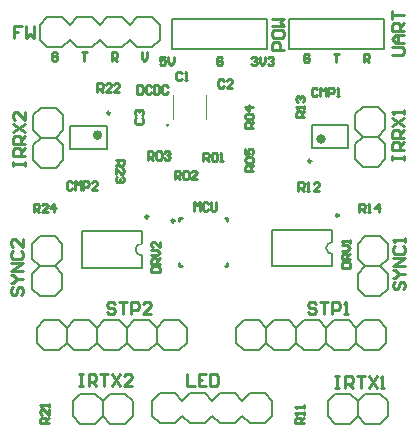
<source format=gto>
G04 Layer_Color=15132400*
%FSLAX43Y43*%
%MOMM*%
G71*
G01*
G75*
%ADD27C,0.200*%
%ADD39C,0.254*%
%ADD40C,0.250*%
%ADD41C,0.400*%
%ADD42C,0.076*%
%ADD43C,0.203*%
%ADD44C,0.152*%
G36*
X59610Y74923D02*
X59622Y74920D01*
X59638Y74916D01*
X59652Y74909D01*
X59669Y74899D01*
X59683Y74887D01*
X59685Y74885D01*
X59688Y74880D01*
X59695Y74873D01*
X59699Y74864D01*
X59706Y74850D01*
X59713Y74836D01*
X59716Y74819D01*
X59718Y74801D01*
Y74798D01*
Y74791D01*
X59716Y74782D01*
X59713Y74770D01*
X59709Y74756D01*
X59704Y74742D01*
X59695Y74725D01*
X59683Y74711D01*
X59681Y74709D01*
X59676Y74707D01*
X59669Y74699D01*
X59657Y74695D01*
X59643Y74688D01*
X59629Y74681D01*
X59610Y74678D01*
X59591Y74676D01*
X59582D01*
X59573Y74678D01*
X59561Y74681D01*
X59547Y74685D01*
X59533Y74690D01*
X59516Y74699D01*
X59502Y74711D01*
X59500Y74714D01*
X59495Y74718D01*
X59490Y74725D01*
X59483Y74737D01*
X59476Y74749D01*
X59469Y74765D01*
X59467Y74782D01*
X59464Y74801D01*
Y74803D01*
Y74810D01*
X59467Y74819D01*
X59469Y74831D01*
X59474Y74845D01*
X59481Y74859D01*
X59490Y74873D01*
X59502Y74887D01*
X59504Y74890D01*
X59509Y74895D01*
X59516Y74899D01*
X59528Y74906D01*
X59540Y74913D01*
X59556Y74920D01*
X59573Y74923D01*
X59591Y74925D01*
X59601D01*
X59610Y74923D01*
D02*
G37*
D27*
X73543Y64906D02*
G03*
X73543Y63872I0J-517D01*
G01*
X57414Y64779D02*
G03*
X57414Y63745I0J-517D01*
G01*
X60008Y81280D02*
Y83820D01*
X68008D01*
Y81280D02*
Y83820D01*
X60008Y81280D02*
X68008D01*
X77914D02*
Y83820D01*
X69914Y81280D02*
X77914D01*
X69914D02*
Y83820D01*
X77914D01*
X51353Y74744D02*
X54453D01*
X51353Y72744D02*
X54453D01*
Y74744D01*
X51353Y72744D02*
Y74744D01*
X68443Y62839D02*
X73543D01*
X68443Y65939D02*
X73543D01*
X68443Y62839D02*
Y65939D01*
X73543Y62839D02*
Y63872D01*
Y64906D02*
Y65939D01*
X52314Y62712D02*
X57414D01*
X52314Y65812D02*
X57414D01*
X52314Y62712D02*
Y65812D01*
X57414Y62712D02*
Y63745D01*
Y64779D02*
Y65812D01*
X71785Y72830D02*
X74885D01*
X71785Y74830D02*
X74885D01*
X71785Y72830D02*
Y74830D01*
X74885Y72830D02*
Y74830D01*
D39*
X60186Y66697D02*
G03*
X60186Y66697I-125J0D01*
G01*
X60561Y62847D02*
Y63097D01*
Y62847D02*
X60811D01*
X64411D02*
X64661D01*
Y63097D01*
Y66697D02*
Y66947D01*
X64411D02*
X64661D01*
X60561D02*
X60811D01*
X60561Y66697D02*
Y66947D01*
X60198Y70231D02*
Y70931D01*
X60548D01*
X60665Y70814D01*
Y70581D01*
X60548Y70464D01*
X60198D01*
X60431D02*
X60665Y70231D01*
X60898Y70814D02*
X61014Y70931D01*
X61248D01*
X61364Y70814D01*
Y70348D01*
X61248Y70231D01*
X61014D01*
X60898Y70348D01*
Y70814D01*
X62064Y70231D02*
X61598D01*
X62064Y70698D01*
Y70814D01*
X61947Y70931D01*
X61714D01*
X61598Y70814D01*
X57912Y71882D02*
Y72582D01*
X58262D01*
X58379Y72465D01*
Y72232D01*
X58262Y72115D01*
X57912D01*
X58145D02*
X58379Y71882D01*
X58612Y72465D02*
X58728Y72582D01*
X58962D01*
X59078Y72465D01*
Y71999D01*
X58962Y71882D01*
X58728D01*
X58612Y71999D01*
Y72465D01*
X59312D02*
X59428Y72582D01*
X59661D01*
X59778Y72465D01*
Y72349D01*
X59661Y72232D01*
X59545D01*
X59661D01*
X59778Y72115D01*
Y71999D01*
X59661Y71882D01*
X59428D01*
X59312Y71999D01*
X62611Y71755D02*
Y72455D01*
X62961D01*
X63078Y72338D01*
Y72105D01*
X62961Y71988D01*
X62611D01*
X62844D02*
X63078Y71755D01*
X63311Y72338D02*
X63427Y72455D01*
X63661D01*
X63777Y72338D01*
Y71872D01*
X63661Y71755D01*
X63427D01*
X63311Y71872D01*
Y72338D01*
X64011Y71755D02*
X64244D01*
X64127D01*
Y72455D01*
X64011Y72338D01*
X57023Y78170D02*
Y77470D01*
X57373D01*
X57490Y77587D01*
Y78053D01*
X57373Y78170D01*
X57023D01*
X58189Y78053D02*
X58073Y78170D01*
X57839D01*
X57723Y78053D01*
Y77587D01*
X57839Y77470D01*
X58073D01*
X58189Y77587D01*
X58423Y78170D02*
Y77470D01*
X58772D01*
X58889Y77587D01*
Y78053D01*
X58772Y78170D01*
X58423D01*
X59589Y78053D02*
X59472Y78170D01*
X59239D01*
X59122Y78053D01*
Y77587D01*
X59239Y77470D01*
X59472D01*
X59589Y77587D01*
X56948Y75397D02*
X56831Y75280D01*
Y75047D01*
X56948Y74930D01*
X57414D01*
X57531Y75047D01*
Y75280D01*
X57414Y75397D01*
X56948Y75630D02*
X56831Y75746D01*
Y75980D01*
X56948Y76096D01*
X57064D01*
X57181Y75980D01*
Y75863D01*
Y75980D01*
X57298Y76096D01*
X57414D01*
X57531Y75980D01*
Y75746D01*
X57414Y75630D01*
X64348Y78561D02*
X64231Y78678D01*
X63998D01*
X63881Y78561D01*
Y78095D01*
X63998Y77978D01*
X64231D01*
X64348Y78095D01*
X65047Y77978D02*
X64581D01*
X65047Y78445D01*
Y78561D01*
X64931Y78678D01*
X64697D01*
X64581Y78561D01*
X60792Y79196D02*
X60675Y79313D01*
X60442D01*
X60325Y79196D01*
Y78730D01*
X60442Y78613D01*
X60675D01*
X60792Y78730D01*
X61025Y78613D02*
X61258D01*
X61141D01*
Y79313D01*
X61025Y79196D01*
X69469Y81153D02*
X68469D01*
Y81653D01*
X68636Y81819D01*
X68969D01*
X69136Y81653D01*
Y81153D01*
X68469Y82653D02*
Y82319D01*
X68636Y82153D01*
X69302D01*
X69469Y82319D01*
Y82653D01*
X69302Y82819D01*
X68636D01*
X68469Y82653D01*
Y83152D02*
X69469D01*
X69136Y83486D01*
X69469Y83819D01*
X68469D01*
X51521Y69925D02*
X51404Y70042D01*
X51171D01*
X51054Y69925D01*
Y69459D01*
X51171Y69342D01*
X51404D01*
X51521Y69459D01*
X51754Y69342D02*
Y70042D01*
X51987Y69809D01*
X52220Y70042D01*
Y69342D01*
X52454D02*
Y70042D01*
X52803D01*
X52920Y69925D01*
Y69692D01*
X52803Y69575D01*
X52454D01*
X53620Y69342D02*
X53153D01*
X53620Y69809D01*
Y69925D01*
X53503Y70042D01*
X53270D01*
X53153Y69925D01*
X46498Y71374D02*
Y71707D01*
Y71541D01*
X47498D01*
Y71374D01*
Y71707D01*
Y72207D02*
X46498D01*
Y72707D01*
X46665Y72874D01*
X46998D01*
X47165Y72707D01*
Y72207D01*
Y72540D02*
X47498Y72874D01*
Y73207D02*
X46498D01*
Y73707D01*
X46665Y73873D01*
X46998D01*
X47165Y73707D01*
Y73207D01*
Y73540D02*
X47498Y73873D01*
X46498Y74206D02*
X47498Y74873D01*
X46498D02*
X47498Y74206D01*
Y75873D02*
Y75206D01*
X46832Y75873D01*
X46665D01*
X46498Y75706D01*
Y75373D01*
X46665Y75206D01*
X53650Y77640D02*
Y78340D01*
X54000D01*
X54117Y78223D01*
Y77990D01*
X54000Y77873D01*
X53650D01*
X53883D02*
X54117Y77640D01*
X54816D02*
X54350D01*
X54816Y78107D01*
Y78223D01*
X54700Y78340D01*
X54466D01*
X54350Y78223D01*
X55516Y77640D02*
X55050D01*
X55516Y78107D01*
Y78223D01*
X55399Y78340D01*
X55166D01*
X55050Y78223D01*
X55189Y71839D02*
X55889D01*
Y71489D01*
X55772Y71372D01*
X55539D01*
X55422Y71489D01*
Y71839D01*
Y71606D02*
X55189Y71372D01*
Y70673D02*
Y71139D01*
X55656Y70673D01*
X55772D01*
X55889Y70789D01*
Y71023D01*
X55772Y71139D01*
Y70439D02*
X55889Y70323D01*
Y70090D01*
X55772Y69973D01*
X55656D01*
X55539Y70090D01*
Y70206D01*
Y70090D01*
X55422Y69973D01*
X55306D01*
X55189Y70090D01*
Y70323D01*
X55306Y70439D01*
X75819Y67437D02*
Y68137D01*
X76169D01*
X76286Y68020D01*
Y67787D01*
X76169Y67670D01*
X75819D01*
X76052D02*
X76286Y67437D01*
X76519D02*
X76752D01*
X76635D01*
Y68137D01*
X76519Y68020D01*
X77452Y67437D02*
Y68137D01*
X77102Y67787D01*
X77568D01*
X78886Y61551D02*
X78719Y61384D01*
Y61051D01*
X78886Y60884D01*
X79053D01*
X79219Y61051D01*
Y61384D01*
X79386Y61551D01*
X79552D01*
X79719Y61384D01*
Y61051D01*
X79552Y60884D01*
X78719Y61884D02*
X78886D01*
X79219Y62217D01*
X78886Y62551D01*
X78719D01*
X79219Y62217D02*
X79719D01*
Y62884D02*
X78719D01*
X79719Y63550D01*
X78719D01*
X78886Y64550D02*
X78719Y64383D01*
Y64050D01*
X78886Y63883D01*
X79552D01*
X79719Y64050D01*
Y64383D01*
X79552Y64550D01*
X79719Y64883D02*
Y65216D01*
Y65050D01*
X78719D01*
X78886Y64883D01*
X48260Y67437D02*
Y68137D01*
X48610D01*
X48727Y68020D01*
Y67787D01*
X48610Y67670D01*
X48260D01*
X48493D02*
X48727Y67437D01*
X49426D02*
X48960D01*
X49426Y67904D01*
Y68020D01*
X49310Y68137D01*
X49076D01*
X48960Y68020D01*
X50009Y67437D02*
Y68137D01*
X49660Y67787D01*
X50126D01*
X46538Y61118D02*
X46371Y60952D01*
Y60619D01*
X46538Y60452D01*
X46705D01*
X46871Y60619D01*
Y60952D01*
X47038Y61118D01*
X47204D01*
X47371Y60952D01*
Y60619D01*
X47204Y60452D01*
X46371Y61452D02*
X46538D01*
X46871Y61785D01*
X46538Y62118D01*
X46371D01*
X46871Y61785D02*
X47371D01*
Y62451D02*
X46371D01*
X47371Y63118D01*
X46371D01*
X46538Y64117D02*
X46371Y63951D01*
Y63618D01*
X46538Y63451D01*
X47204D01*
X47371Y63618D01*
Y63951D01*
X47204Y64117D01*
X47371Y65117D02*
Y64451D01*
X46705Y65117D01*
X46538D01*
X46371Y64951D01*
Y64617D01*
X46538Y64451D01*
X78629Y80772D02*
X79462D01*
X79629Y80939D01*
Y81272D01*
X79462Y81438D01*
X78629D01*
X79629Y81772D02*
X78963D01*
X78629Y82105D01*
X78963Y82438D01*
X79629D01*
X79129D01*
Y81772D01*
X79629Y82771D02*
X78629D01*
Y83271D01*
X78796Y83438D01*
X79129D01*
X79296Y83271D01*
Y82771D01*
Y83105D02*
X79629Y83438D01*
X78629Y83771D02*
Y84437D01*
Y84104D01*
X79629D01*
X55149Y59634D02*
X54983Y59801D01*
X54650D01*
X54483Y59634D01*
Y59467D01*
X54650Y59301D01*
X54983D01*
X55149Y59134D01*
Y58968D01*
X54983Y58801D01*
X54650D01*
X54483Y58968D01*
X55483Y59801D02*
X56149D01*
X55816D01*
Y58801D01*
X56482D02*
Y59801D01*
X56982D01*
X57149Y59634D01*
Y59301D01*
X56982Y59134D01*
X56482D01*
X58148Y58801D02*
X57482D01*
X58148Y59467D01*
Y59634D01*
X57982Y59801D01*
X57649D01*
X57482Y59634D01*
X72167D02*
X72001Y59801D01*
X71668D01*
X71501Y59634D01*
Y59467D01*
X71668Y59301D01*
X72001D01*
X72167Y59134D01*
Y58968D01*
X72001Y58801D01*
X71668D01*
X71501Y58968D01*
X72501Y59801D02*
X73167D01*
X72834D01*
Y58801D01*
X73500D02*
Y59801D01*
X74000D01*
X74167Y59634D01*
Y59301D01*
X74000Y59134D01*
X73500D01*
X74500Y58801D02*
X74833D01*
X74667D01*
Y59801D01*
X74500Y59634D01*
X49530Y49563D02*
X48830D01*
Y49913D01*
X48947Y50029D01*
X49180D01*
X49297Y49913D01*
Y49563D01*
Y49796D02*
X49530Y50029D01*
Y50729D02*
Y50263D01*
X49063Y50729D01*
X48947D01*
X48830Y50612D01*
Y50379D01*
X48947Y50263D01*
X49530Y50962D02*
Y51196D01*
Y51079D01*
X48830D01*
X48947Y50962D01*
X71176Y75481D02*
X70476D01*
Y75831D01*
X70593Y75948D01*
X70826D01*
X70943Y75831D01*
Y75481D01*
Y75714D02*
X71176Y75948D01*
Y76181D02*
Y76414D01*
Y76297D01*
X70476D01*
X70593Y76181D01*
Y76764D02*
X70476Y76881D01*
Y77114D01*
X70593Y77230D01*
X70709D01*
X70826Y77114D01*
Y76997D01*
Y77114D01*
X70943Y77230D01*
X71059D01*
X71176Y77114D01*
Y76881D01*
X71059Y76764D01*
X70668Y69258D02*
Y69958D01*
X71018D01*
X71135Y69841D01*
Y69608D01*
X71018Y69491D01*
X70668D01*
X70901D02*
X71135Y69258D01*
X71368D02*
X71601D01*
X71484D01*
Y69958D01*
X71368Y69841D01*
X72417Y69258D02*
X71951D01*
X72417Y69725D01*
Y69841D01*
X72301Y69958D01*
X72068D01*
X71951Y69841D01*
X71120Y49563D02*
X70420D01*
Y49913D01*
X70537Y50029D01*
X70770D01*
X70887Y49913D01*
Y49563D01*
Y49796D02*
X71120Y50029D01*
Y50263D02*
Y50496D01*
Y50379D01*
X70420D01*
X70537Y50263D01*
X71120Y50846D02*
Y51079D01*
Y50962D01*
X70420D01*
X70537Y50846D01*
X66858Y70909D02*
X66158D01*
Y71259D01*
X66275Y71376D01*
X66508D01*
X66625Y71259D01*
Y70909D01*
Y71142D02*
X66858Y71376D01*
X66275Y71609D02*
X66158Y71725D01*
Y71959D01*
X66275Y72075D01*
X66741D01*
X66858Y71959D01*
Y71725D01*
X66741Y71609D01*
X66275D01*
X66158Y72775D02*
Y72309D01*
X66508D01*
X66391Y72542D01*
Y72658D01*
X66508Y72775D01*
X66741D01*
X66858Y72658D01*
Y72425D01*
X66741Y72309D01*
X66858Y74592D02*
X66158D01*
Y74942D01*
X66275Y75059D01*
X66508D01*
X66625Y74942D01*
Y74592D01*
Y74825D02*
X66858Y75059D01*
X66275Y75292D02*
X66158Y75408D01*
Y75642D01*
X66275Y75758D01*
X66741D01*
X66858Y75642D01*
Y75408D01*
X66741Y75292D01*
X66275D01*
X66858Y76341D02*
X66158D01*
X66508Y75992D01*
Y76458D01*
X61849Y67564D02*
Y68264D01*
X62082Y68031D01*
X62316Y68264D01*
Y67564D01*
X63015Y68147D02*
X62899Y68264D01*
X62665D01*
X62549Y68147D01*
Y67681D01*
X62665Y67564D01*
X62899D01*
X63015Y67681D01*
X63249Y68264D02*
Y67681D01*
X63365Y67564D01*
X63598D01*
X63715Y67681D01*
Y68264D01*
X61214Y53705D02*
Y52705D01*
X61880D01*
X62880Y53705D02*
X62214D01*
Y52705D01*
X62880D01*
X62214Y53205D02*
X62547D01*
X63213Y53705D02*
Y52705D01*
X63713D01*
X63880Y52872D01*
Y53538D01*
X63713Y53705D01*
X63213D01*
X52070D02*
X52403D01*
X52237D01*
Y52705D01*
X52070D01*
X52403D01*
X52903D02*
Y53705D01*
X53403D01*
X53570Y53538D01*
Y53205D01*
X53403Y53038D01*
X52903D01*
X53236D02*
X53570Y52705D01*
X53903Y53705D02*
X54569D01*
X54236D01*
Y52705D01*
X54902Y53705D02*
X55569Y52705D01*
Y53705D02*
X54902Y52705D01*
X56569D02*
X55902D01*
X56569Y53371D01*
Y53538D01*
X56402Y53705D01*
X56069D01*
X55902Y53538D01*
X73787Y53578D02*
X74120D01*
X73954D01*
Y52578D01*
X73787D01*
X74120D01*
X74620D02*
Y53578D01*
X75120D01*
X75287Y53411D01*
Y53078D01*
X75120Y52911D01*
X74620D01*
X74953D02*
X75287Y52578D01*
X75620Y53578D02*
X76286D01*
X75953D01*
Y52578D01*
X76619Y53578D02*
X77286Y52578D01*
Y53578D02*
X76619Y52578D01*
X77619D02*
X77952D01*
X77786D01*
Y53578D01*
X77619Y53411D01*
X78629Y71882D02*
Y72215D01*
Y72049D01*
X79629D01*
Y71882D01*
Y72215D01*
Y72715D02*
X78629D01*
Y73215D01*
X78796Y73382D01*
X79129D01*
X79296Y73215D01*
Y72715D01*
Y73048D02*
X79629Y73382D01*
Y73715D02*
X78629D01*
Y74215D01*
X78796Y74381D01*
X79129D01*
X79296Y74215D01*
Y73715D01*
Y74048D02*
X79629Y74381D01*
X78629Y74714D02*
X79629Y75381D01*
X78629D02*
X79629Y74714D01*
Y75714D02*
Y76047D01*
Y75881D01*
X78629D01*
X78796Y75714D01*
X47275Y83169D02*
X46609D01*
Y82669D01*
X46942D01*
X46609D01*
Y82169D01*
X47609Y83169D02*
Y82169D01*
X47942Y82502D01*
X48275Y82169D01*
Y83169D01*
X58228Y62357D02*
X58928D01*
Y62707D01*
X58811Y62824D01*
X58345D01*
X58228Y62707D01*
Y62357D01*
X58928Y63057D02*
X58228D01*
Y63407D01*
X58345Y63523D01*
X58578D01*
X58695Y63407D01*
Y63057D01*
Y63290D02*
X58928Y63523D01*
X58228Y63757D02*
X58695D01*
X58928Y63990D01*
X58695Y64223D01*
X58228D01*
X58928Y64923D02*
Y64456D01*
X58461Y64923D01*
X58345D01*
X58228Y64806D01*
Y64573D01*
X58345Y64456D01*
X74357Y62738D02*
X75057D01*
Y63088D01*
X74940Y63205D01*
X74474D01*
X74357Y63088D01*
Y62738D01*
X75057Y63438D02*
X74357D01*
Y63788D01*
X74474Y63904D01*
X74707D01*
X74824Y63788D01*
Y63438D01*
Y63671D02*
X75057Y63904D01*
X74357Y64138D02*
X74824D01*
X75057Y64371D01*
X74824Y64604D01*
X74357D01*
X75057Y64837D02*
Y65071D01*
Y64954D01*
X74357D01*
X74474Y64837D01*
X72278Y77842D02*
X72161Y77959D01*
X71928D01*
X71811Y77842D01*
Y77376D01*
X71928Y77259D01*
X72161D01*
X72278Y77376D01*
X72511Y77259D02*
Y77959D01*
X72744Y77726D01*
X72977Y77959D01*
Y77259D01*
X73211D02*
Y77959D01*
X73560D01*
X73677Y77842D01*
Y77609D01*
X73560Y77492D01*
X73211D01*
X73910Y77259D02*
X74144D01*
X74027D01*
Y77959D01*
X73910Y77842D01*
X64221Y80466D02*
X64104Y80583D01*
X63871D01*
X63754Y80466D01*
Y80000D01*
X63871Y79883D01*
X64104D01*
X64221Y80000D01*
Y80233D01*
X63987D01*
X71587Y80720D02*
X71470Y80837D01*
X71237D01*
X71120Y80720D01*
Y80254D01*
X71237Y80137D01*
X71470D01*
X71587Y80254D01*
Y80487D01*
X71353D01*
X76200Y80137D02*
Y80837D01*
X76550D01*
X76667Y80720D01*
Y80487D01*
X76550Y80370D01*
X76200D01*
X76433D02*
X76667Y80137D01*
X73660Y80837D02*
X74127D01*
X73893D01*
Y80137D01*
X57404Y80964D02*
Y80497D01*
X57637Y80264D01*
X57871Y80497D01*
Y80964D01*
X50251Y80847D02*
X50134Y80964D01*
X49901D01*
X49784Y80847D01*
Y80381D01*
X49901Y80264D01*
X50134D01*
X50251Y80381D01*
Y80614D01*
X50017D01*
X54864Y80264D02*
Y80964D01*
X55214D01*
X55331Y80847D01*
Y80614D01*
X55214Y80497D01*
X54864D01*
X55097D02*
X55331Y80264D01*
X52324Y80964D02*
X52791D01*
X52557D01*
Y80264D01*
X59395Y80583D02*
X58928D01*
Y80233D01*
X59161Y80350D01*
X59278D01*
X59395Y80233D01*
Y80000D01*
X59278Y79883D01*
X59045D01*
X58928Y80000D01*
X59628Y80583D02*
Y80116D01*
X59861Y79883D01*
X60094Y80116D01*
Y80583D01*
X66675Y80466D02*
X66792Y80583D01*
X67025D01*
X67142Y80466D01*
Y80350D01*
X67025Y80233D01*
X66908D01*
X67025D01*
X67142Y80116D01*
Y80000D01*
X67025Y79883D01*
X66792D01*
X66675Y80000D01*
X67375Y80583D02*
Y80116D01*
X67608Y79883D01*
X67841Y80116D01*
Y80583D01*
X68075Y80466D02*
X68191Y80583D01*
X68424D01*
X68541Y80466D01*
Y80350D01*
X68424Y80233D01*
X68308D01*
X68424D01*
X68541Y80116D01*
Y80000D01*
X68424Y79883D01*
X68191D01*
X68075Y80000D01*
D40*
X54728Y75819D02*
G03*
X54728Y75819I-125J0D01*
G01*
X74093Y67164D02*
G03*
X74093Y67164I-125J0D01*
G01*
X57964Y67037D02*
G03*
X57964Y67037I-125J0D01*
G01*
X71760Y71755D02*
G03*
X71760Y71755I-125J0D01*
G01*
D41*
X53853Y73944D02*
G03*
X53853Y73944I-200J0D01*
G01*
X72785Y73630D02*
G03*
X72785Y73630I-200J0D01*
G01*
D42*
X62865Y75311D02*
Y77343D01*
X60071Y75311D02*
Y77343D01*
D43*
X49403Y81407D02*
X50673D01*
X48768Y82042D02*
X49403Y81407D01*
X48768Y83312D02*
X49403Y83947D01*
X53213Y81407D02*
X53848Y82042D01*
X51943Y81407D02*
X53213D01*
X51308Y82042D02*
X51943Y81407D01*
X51308Y83312D02*
X51943Y83947D01*
X53213D01*
X53848Y83312D01*
X50673Y81407D02*
X51308Y82042D01*
X50673Y83947D02*
X51308Y83312D01*
X49403Y83947D02*
X50673D01*
X57023Y81407D02*
X58293D01*
X56388Y82042D02*
X57023Y81407D01*
X56388Y83312D02*
X57023Y83947D01*
X55753Y81407D02*
X56388Y82042D01*
X54483Y81407D02*
X55753D01*
X53848Y82042D02*
X54483Y81407D01*
X53848Y83312D02*
X54483Y83947D01*
X55753D01*
X56388Y83312D01*
X58928Y82042D02*
Y83312D01*
X58293Y81407D02*
X58928Y82042D01*
X58293Y83947D02*
X58928Y83312D01*
X57023Y83947D02*
X58293D01*
X48768Y82042D02*
Y83312D01*
X58928Y49555D02*
X60198D01*
X58293Y50190D02*
X58928Y49555D01*
X58293Y51460D02*
X58928Y52095D01*
X62738Y49555D02*
X63373Y50190D01*
X61468Y49555D02*
X62738D01*
X60833Y50190D02*
X61468Y49555D01*
X60833Y51460D02*
X61468Y52095D01*
X62738D01*
X63373Y51460D01*
X60198Y49555D02*
X60833Y50190D01*
X60198Y52095D02*
X60833Y51460D01*
X58928Y52095D02*
X60198D01*
X66548Y49555D02*
X67818D01*
X65913Y50190D02*
X66548Y49555D01*
X65913Y51460D02*
X66548Y52095D01*
X65278Y49555D02*
X65913Y50190D01*
X64008Y49555D02*
X65278D01*
X63373Y50190D02*
X64008Y49555D01*
X63373Y51460D02*
X64008Y52095D01*
X65278D01*
X65913Y51460D01*
X68453Y50190D02*
Y51460D01*
X67818Y49555D02*
X68453Y50190D01*
X67818Y52095D02*
X68453Y51460D01*
X66548Y52095D02*
X67818D01*
X58293Y50190D02*
Y51460D01*
D44*
X50744Y71839D02*
Y73109D01*
X50109Y71204D02*
X50744Y71839D01*
X48204D02*
X48839Y71204D01*
X50109D01*
Y73744D02*
X50744Y74379D01*
Y75649D01*
X50109Y76284D02*
X50744Y75649D01*
X48839Y76284D02*
X50109D01*
X48204Y75649D02*
X48839Y76284D01*
X48204Y74379D02*
Y75649D01*
Y74379D02*
X48839Y73744D01*
X50109D02*
X50744Y73109D01*
X48839Y73744D02*
X50109D01*
X48204Y73109D02*
X48839Y73744D01*
X48204Y71839D02*
Y73109D01*
X75692Y63500D02*
Y64770D01*
X76327Y65405D01*
X77597D02*
X78232Y64770D01*
X76327Y65405D02*
X77597D01*
X75692Y62230D02*
X76327Y62865D01*
X75692Y60960D02*
Y62230D01*
Y60960D02*
X76327Y60325D01*
X77597D01*
X78232Y60960D01*
Y62230D01*
X77597Y62865D02*
X78232Y62230D01*
X75692Y63500D02*
X76327Y62865D01*
X77597D01*
X78232Y63500D01*
Y64770D01*
X48133Y63500D02*
Y64770D01*
X48768Y65405D01*
X50038D02*
X50673Y64770D01*
X48768Y65405D02*
X50038D01*
X48133Y62230D02*
X48768Y62865D01*
X48133Y60960D02*
Y62230D01*
Y60960D02*
X48768Y60325D01*
X50038D01*
X50673Y60960D01*
Y62230D01*
X50038Y62865D02*
X50673Y62230D01*
X48133Y63500D02*
X48768Y62865D01*
X50038D01*
X50673Y63500D01*
Y64770D01*
X65405Y56388D02*
Y57658D01*
X66040Y58293D02*
X67310D01*
X67945Y57658D01*
X67310Y55753D02*
X67945Y56388D01*
X65405Y57658D02*
X66040Y58293D01*
X65405Y56388D02*
Y57658D01*
Y56388D02*
X66040Y55753D01*
X67310D01*
X67945Y56388D02*
Y57658D01*
X68580Y58293D02*
X69850D01*
X70485Y57658D01*
X69850Y55753D02*
X70485Y56388D01*
X67945Y57658D02*
X68580Y58293D01*
X67945Y56388D02*
Y57658D01*
Y56388D02*
X68580Y55753D01*
X69850D01*
X76200Y58293D02*
X77470D01*
X78105Y57658D01*
X77470Y55753D02*
X78105Y56388D01*
Y57658D01*
X74930Y58293D02*
X75565Y57658D01*
X73660Y58293D02*
X74930D01*
X73025Y57658D02*
X73660Y58293D01*
X73025Y56388D02*
Y57658D01*
Y56388D02*
X73660Y55753D01*
X74930D01*
X75565Y56388D01*
Y57658D02*
X76200Y58293D01*
X75565Y56388D02*
Y57658D01*
Y56388D02*
X76200Y55753D01*
X77470D01*
X72390Y58293D02*
X73025Y57658D01*
X71120Y58293D02*
X72390D01*
X70485Y57658D02*
X71120Y58293D01*
X70485Y56388D02*
Y57658D01*
Y56388D02*
X71120Y55753D01*
X72390D01*
X73025Y56388D01*
X48514D02*
Y57658D01*
X49149Y58293D02*
X50419D01*
X51054Y57658D01*
X50419Y55753D02*
X51054Y56388D01*
X48514Y57658D02*
X49149Y58293D01*
X48514Y56388D02*
Y57658D01*
Y56388D02*
X49149Y55753D01*
X50419D01*
X51054Y56388D02*
Y57658D01*
X51689Y58293D02*
X52959D01*
X53594Y57658D01*
X52959Y55753D02*
X53594Y56388D01*
X51054Y57658D02*
X51689Y58293D01*
X51054Y56388D02*
Y57658D01*
Y56388D02*
X51689Y55753D01*
X52959D01*
X59309Y58293D02*
X60579D01*
X61214Y57658D01*
X60579Y55753D02*
X61214Y56388D01*
Y57658D01*
X58039Y58293D02*
X58674Y57658D01*
X56769Y58293D02*
X58039D01*
X56134Y57658D02*
X56769Y58293D01*
X56134Y56388D02*
Y57658D01*
Y56388D02*
X56769Y55753D01*
X58039D01*
X58674Y56388D01*
Y57658D02*
X59309Y58293D01*
X58674Y56388D02*
Y57658D01*
Y56388D02*
X59309Y55753D01*
X60579D01*
X55499Y58293D02*
X56134Y57658D01*
X54229Y58293D02*
X55499D01*
X53594Y57658D02*
X54229Y58293D01*
X53594Y56388D02*
Y57658D01*
Y56388D02*
X54229Y55753D01*
X55499D01*
X56134Y56388D01*
X52197Y49530D02*
X53467D01*
X51562Y50165D02*
X52197Y49530D01*
X51562Y51435D02*
X52197Y52070D01*
X51562Y50165D02*
Y51435D01*
X54102Y50165D02*
X54737Y49530D01*
X56007D01*
X56642Y50165D01*
Y51435D01*
X56007Y52070D02*
X56642Y51435D01*
X54737Y52070D02*
X56007D01*
X54102Y51435D02*
X54737Y52070D01*
X53467Y49530D02*
X54102Y50165D01*
Y51435D01*
X53467Y52070D02*
X54102Y51435D01*
X52197Y52070D02*
X53467D01*
X73787Y49530D02*
X75057D01*
X73152Y50165D02*
X73787Y49530D01*
X73152Y51435D02*
X73787Y52070D01*
X73152Y50165D02*
Y51435D01*
X75692Y50165D02*
X76327Y49530D01*
X77597D01*
X78232Y50165D01*
Y51435D01*
X77597Y52070D02*
X78232Y51435D01*
X76327Y52070D02*
X77597D01*
X75692Y51435D02*
X76327Y52070D01*
X75057Y49530D02*
X75692Y50165D01*
Y51435D01*
X75057Y52070D02*
X75692Y51435D01*
X73787Y52070D02*
X75057D01*
X75494Y74465D02*
Y75735D01*
X76129Y76370D01*
X77399D02*
X78034Y75735D01*
X76129Y76370D02*
X77399D01*
X75494Y73195D02*
X76129Y73830D01*
X75494Y71925D02*
Y73195D01*
Y71925D02*
X76129Y71290D01*
X77399D01*
X78034Y71925D01*
Y73195D01*
X77399Y73830D02*
X78034Y73195D01*
X75494Y74465D02*
X76129Y73830D01*
X77399D01*
X78034Y74465D01*
Y75735D01*
M02*

</source>
